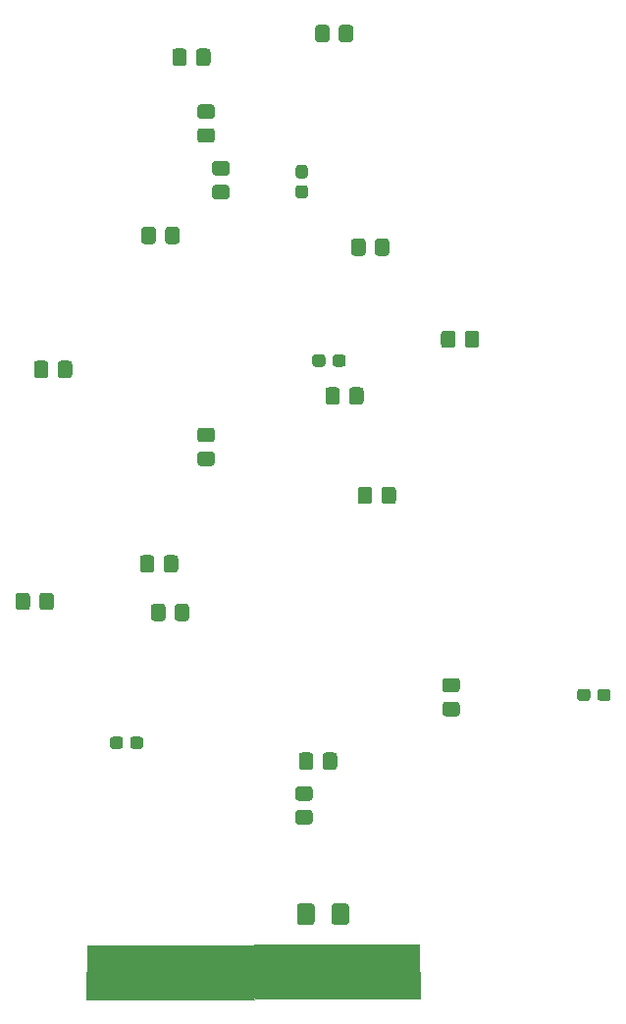
<source format=gbr>
%TF.GenerationSoftware,KiCad,Pcbnew,(5.1.8)-1*%
%TF.CreationDate,2021-11-03T02:03:20+01:00*%
%TF.ProjectId,_autosave-BaumOben,5f617574-6f73-4617-9665-2d4261756d4f,rev?*%
%TF.SameCoordinates,Original*%
%TF.FileFunction,Soldermask,Bot*%
%TF.FilePolarity,Negative*%
%FSLAX46Y46*%
G04 Gerber Fmt 4.6, Leading zero omitted, Abs format (unit mm)*
G04 Created by KiCad (PCBNEW (5.1.8)-1) date 2021-11-03 02:03:20*
%MOMM*%
%LPD*%
G01*
G04 APERTURE LIST*
%ADD10C,0.100000*%
G04 APERTURE END LIST*
D10*
G36*
X114998500Y-150558500D02*
G01*
X86233000Y-150622000D01*
X86296500Y-145986500D01*
X114935000Y-145923000D01*
X114998500Y-150558500D01*
G37*
X114998500Y-150558500D02*
X86233000Y-150622000D01*
X86296500Y-145986500D01*
X114935000Y-145923000D01*
X114998500Y-150558500D01*
%TO.C,C2*%
G36*
G01*
X107405000Y-143964257D02*
X107405000Y-142649343D01*
G75*
G02*
X107672543Y-142381800I267543J0D01*
G01*
X108662457Y-142381800D01*
G75*
G02*
X108930000Y-142649343I0J-267543D01*
G01*
X108930000Y-143964257D01*
G75*
G02*
X108662457Y-144231800I-267543J0D01*
G01*
X107672543Y-144231800D01*
G75*
G02*
X107405000Y-143964257I0J267543D01*
G01*
G37*
G36*
G01*
X104430000Y-143964257D02*
X104430000Y-142649343D01*
G75*
G02*
X104697543Y-142381800I267543J0D01*
G01*
X105687457Y-142381800D01*
G75*
G02*
X105955000Y-142649343I0J-267543D01*
G01*
X105955000Y-143964257D01*
G75*
G02*
X105687457Y-144231800I-267543J0D01*
G01*
X104697543Y-144231800D01*
G75*
G02*
X104430000Y-143964257I0J267543D01*
G01*
G37*
%TD*%
%TO.C,R9*%
G36*
G01*
X108921500Y-99093762D02*
X108921500Y-98137238D01*
G75*
G02*
X109193238Y-97865500I271738J0D01*
G01*
X109899762Y-97865500D01*
G75*
G02*
X110171500Y-98137238I0J-271738D01*
G01*
X110171500Y-99093762D01*
G75*
G02*
X109899762Y-99365500I-271738J0D01*
G01*
X109193238Y-99365500D01*
G75*
G02*
X108921500Y-99093762I0J271738D01*
G01*
G37*
G36*
G01*
X106871500Y-99093762D02*
X106871500Y-98137238D01*
G75*
G02*
X107143238Y-97865500I271738J0D01*
G01*
X107849762Y-97865500D01*
G75*
G02*
X108121500Y-98137238I0J-271738D01*
G01*
X108121500Y-99093762D01*
G75*
G02*
X107849762Y-99365500I-271738J0D01*
G01*
X107143238Y-99365500D01*
G75*
G02*
X106871500Y-99093762I0J271738D01*
G01*
G37*
%TD*%
%TO.C,R6*%
G36*
G01*
X97375238Y-80410000D02*
X98331762Y-80410000D01*
G75*
G02*
X98603500Y-80681738I0J-271738D01*
G01*
X98603500Y-81388262D01*
G75*
G02*
X98331762Y-81660000I-271738J0D01*
G01*
X97375238Y-81660000D01*
G75*
G02*
X97103500Y-81388262I0J271738D01*
G01*
X97103500Y-80681738D01*
G75*
G02*
X97375238Y-80410000I271738J0D01*
G01*
G37*
G36*
G01*
X97375238Y-78360000D02*
X98331762Y-78360000D01*
G75*
G02*
X98603500Y-78631738I0J-271738D01*
G01*
X98603500Y-79338262D01*
G75*
G02*
X98331762Y-79610000I-271738J0D01*
G01*
X97375238Y-79610000D01*
G75*
G02*
X97103500Y-79338262I0J271738D01*
G01*
X97103500Y-78631738D01*
G75*
G02*
X97375238Y-78360000I271738J0D01*
G01*
G37*
%TD*%
%TO.C,R5*%
G36*
G01*
X104550738Y-134321500D02*
X105507262Y-134321500D01*
G75*
G02*
X105779000Y-134593238I0J-271738D01*
G01*
X105779000Y-135299762D01*
G75*
G02*
X105507262Y-135571500I-271738J0D01*
G01*
X104550738Y-135571500D01*
G75*
G02*
X104279000Y-135299762I0J271738D01*
G01*
X104279000Y-134593238D01*
G75*
G02*
X104550738Y-134321500I271738J0D01*
G01*
G37*
G36*
G01*
X104550738Y-132271500D02*
X105507262Y-132271500D01*
G75*
G02*
X105779000Y-132543238I0J-271738D01*
G01*
X105779000Y-133249762D01*
G75*
G02*
X105507262Y-133521500I-271738J0D01*
G01*
X104550738Y-133521500D01*
G75*
G02*
X104279000Y-133249762I0J271738D01*
G01*
X104279000Y-132543238D01*
G75*
G02*
X104550738Y-132271500I271738J0D01*
G01*
G37*
%TD*%
%TO.C,R4*%
G36*
G01*
X93872000Y-117762762D02*
X93872000Y-116806238D01*
G75*
G02*
X94143738Y-116534500I271738J0D01*
G01*
X94850262Y-116534500D01*
G75*
G02*
X95122000Y-116806238I0J-271738D01*
G01*
X95122000Y-117762762D01*
G75*
G02*
X94850262Y-118034500I-271738J0D01*
G01*
X94143738Y-118034500D01*
G75*
G02*
X93872000Y-117762762I0J271738D01*
G01*
G37*
G36*
G01*
X91822000Y-117762762D02*
X91822000Y-116806238D01*
G75*
G02*
X92093738Y-116534500I271738J0D01*
G01*
X92800262Y-116534500D01*
G75*
G02*
X93072000Y-116806238I0J-271738D01*
G01*
X93072000Y-117762762D01*
G75*
G02*
X92800262Y-118034500I-271738J0D01*
G01*
X92093738Y-118034500D01*
G75*
G02*
X91822000Y-117762762I0J271738D01*
G01*
G37*
%TD*%
%TO.C,R2*%
G36*
G01*
X96105238Y-103406000D02*
X97061762Y-103406000D01*
G75*
G02*
X97333500Y-103677738I0J-271738D01*
G01*
X97333500Y-104384262D01*
G75*
G02*
X97061762Y-104656000I-271738J0D01*
G01*
X96105238Y-104656000D01*
G75*
G02*
X95833500Y-104384262I0J271738D01*
G01*
X95833500Y-103677738D01*
G75*
G02*
X96105238Y-103406000I271738J0D01*
G01*
G37*
G36*
G01*
X96105238Y-101356000D02*
X97061762Y-101356000D01*
G75*
G02*
X97333500Y-101627738I0J-271738D01*
G01*
X97333500Y-102334262D01*
G75*
G02*
X97061762Y-102606000I-271738J0D01*
G01*
X96105238Y-102606000D01*
G75*
G02*
X95833500Y-102334262I0J271738D01*
G01*
X95833500Y-101627738D01*
G75*
G02*
X96105238Y-101356000I271738J0D01*
G01*
G37*
%TD*%
%TO.C,DY7*%
G36*
G01*
X95713500Y-69883762D02*
X95713500Y-68927238D01*
G75*
G02*
X95985238Y-68655500I271738J0D01*
G01*
X96691762Y-68655500D01*
G75*
G02*
X96963500Y-68927238I0J-271738D01*
G01*
X96963500Y-69883762D01*
G75*
G02*
X96691762Y-70155500I-271738J0D01*
G01*
X95985238Y-70155500D01*
G75*
G02*
X95713500Y-69883762I0J271738D01*
G01*
G37*
G36*
G01*
X93663500Y-69883762D02*
X93663500Y-68927238D01*
G75*
G02*
X93935238Y-68655500I271738J0D01*
G01*
X94641762Y-68655500D01*
G75*
G02*
X94913500Y-68927238I0J-271738D01*
G01*
X94913500Y-69883762D01*
G75*
G02*
X94641762Y-70155500I-271738J0D01*
G01*
X93935238Y-70155500D01*
G75*
G02*
X93663500Y-69883762I0J271738D01*
G01*
G37*
%TD*%
%TO.C,DY5*%
G36*
G01*
X117250738Y-124987000D02*
X118207262Y-124987000D01*
G75*
G02*
X118479000Y-125258738I0J-271738D01*
G01*
X118479000Y-125965262D01*
G75*
G02*
X118207262Y-126237000I-271738J0D01*
G01*
X117250738Y-126237000D01*
G75*
G02*
X116979000Y-125965262I0J271738D01*
G01*
X116979000Y-125258738D01*
G75*
G02*
X117250738Y-124987000I271738J0D01*
G01*
G37*
G36*
G01*
X117250738Y-122937000D02*
X118207262Y-122937000D01*
G75*
G02*
X118479000Y-123208738I0J-271738D01*
G01*
X118479000Y-123915262D01*
G75*
G02*
X118207262Y-124187000I-271738J0D01*
G01*
X117250738Y-124187000D01*
G75*
G02*
X116979000Y-123915262I0J271738D01*
G01*
X116979000Y-123208738D01*
G75*
G02*
X117250738Y-122937000I271738J0D01*
G01*
G37*
%TD*%
%TO.C,DY3*%
G36*
G01*
X92246500Y-84294238D02*
X92246500Y-85250762D01*
G75*
G02*
X91974762Y-85522500I-271738J0D01*
G01*
X91268238Y-85522500D01*
G75*
G02*
X90996500Y-85250762I0J271738D01*
G01*
X90996500Y-84294238D01*
G75*
G02*
X91268238Y-84022500I271738J0D01*
G01*
X91974762Y-84022500D01*
G75*
G02*
X92246500Y-84294238I0J-271738D01*
G01*
G37*
G36*
G01*
X94296500Y-84294238D02*
X94296500Y-85250762D01*
G75*
G02*
X94024762Y-85522500I-271738J0D01*
G01*
X93318238Y-85522500D01*
G75*
G02*
X93046500Y-85250762I0J271738D01*
G01*
X93046500Y-84294238D01*
G75*
G02*
X93318238Y-84022500I271738J0D01*
G01*
X94024762Y-84022500D01*
G75*
G02*
X94296500Y-84294238I0J-271738D01*
G01*
G37*
%TD*%
%TO.C,DY2*%
G36*
G01*
X83775500Y-96807762D02*
X83775500Y-95851238D01*
G75*
G02*
X84047238Y-95579500I271738J0D01*
G01*
X84753762Y-95579500D01*
G75*
G02*
X85025500Y-95851238I0J-271738D01*
G01*
X85025500Y-96807762D01*
G75*
G02*
X84753762Y-97079500I-271738J0D01*
G01*
X84047238Y-97079500D01*
G75*
G02*
X83775500Y-96807762I0J271738D01*
G01*
G37*
G36*
G01*
X81725500Y-96807762D02*
X81725500Y-95851238D01*
G75*
G02*
X81997238Y-95579500I271738J0D01*
G01*
X82703762Y-95579500D01*
G75*
G02*
X82975500Y-95851238I0J-271738D01*
G01*
X82975500Y-96807762D01*
G75*
G02*
X82703762Y-97079500I-271738J0D01*
G01*
X81997238Y-97079500D01*
G75*
G02*
X81725500Y-96807762I0J271738D01*
G01*
G37*
%TD*%
%TO.C,DR8*%
G36*
G01*
X92119500Y-112615238D02*
X92119500Y-113571762D01*
G75*
G02*
X91847762Y-113843500I-271738J0D01*
G01*
X91141238Y-113843500D01*
G75*
G02*
X90869500Y-113571762I0J271738D01*
G01*
X90869500Y-112615238D01*
G75*
G02*
X91141238Y-112343500I271738J0D01*
G01*
X91847762Y-112343500D01*
G75*
G02*
X92119500Y-112615238I0J-271738D01*
G01*
G37*
G36*
G01*
X94169500Y-112615238D02*
X94169500Y-113571762D01*
G75*
G02*
X93897762Y-113843500I-271738J0D01*
G01*
X93191238Y-113843500D01*
G75*
G02*
X92919500Y-113571762I0J271738D01*
G01*
X92919500Y-112615238D01*
G75*
G02*
X93191238Y-112343500I271738J0D01*
G01*
X93897762Y-112343500D01*
G75*
G02*
X94169500Y-112615238I0J-271738D01*
G01*
G37*
%TD*%
%TO.C,DR6*%
G36*
G01*
X110915500Y-106709738D02*
X110915500Y-107666262D01*
G75*
G02*
X110643762Y-107938000I-271738J0D01*
G01*
X109937238Y-107938000D01*
G75*
G02*
X109665500Y-107666262I0J271738D01*
G01*
X109665500Y-106709738D01*
G75*
G02*
X109937238Y-106438000I271738J0D01*
G01*
X110643762Y-106438000D01*
G75*
G02*
X110915500Y-106709738I0J-271738D01*
G01*
G37*
G36*
G01*
X112965500Y-106709738D02*
X112965500Y-107666262D01*
G75*
G02*
X112693762Y-107938000I-271738J0D01*
G01*
X111987238Y-107938000D01*
G75*
G02*
X111715500Y-107666262I0J271738D01*
G01*
X111715500Y-106709738D01*
G75*
G02*
X111987238Y-106438000I271738J0D01*
G01*
X112693762Y-106438000D01*
G75*
G02*
X112965500Y-106709738I0J-271738D01*
G01*
G37*
%TD*%
%TO.C,DR4*%
G36*
G01*
X108032500Y-67851762D02*
X108032500Y-66895238D01*
G75*
G02*
X108304238Y-66623500I271738J0D01*
G01*
X109010762Y-66623500D01*
G75*
G02*
X109282500Y-66895238I0J-271738D01*
G01*
X109282500Y-67851762D01*
G75*
G02*
X109010762Y-68123500I-271738J0D01*
G01*
X108304238Y-68123500D01*
G75*
G02*
X108032500Y-67851762I0J271738D01*
G01*
G37*
G36*
G01*
X105982500Y-67851762D02*
X105982500Y-66895238D01*
G75*
G02*
X106254238Y-66623500I271738J0D01*
G01*
X106960762Y-66623500D01*
G75*
G02*
X107232500Y-66895238I0J-271738D01*
G01*
X107232500Y-67851762D01*
G75*
G02*
X106960762Y-68123500I-271738J0D01*
G01*
X106254238Y-68123500D01*
G75*
G02*
X105982500Y-67851762I0J271738D01*
G01*
G37*
%TD*%
%TO.C,DR2*%
G36*
G01*
X81388000Y-115853738D02*
X81388000Y-116810262D01*
G75*
G02*
X81116262Y-117082000I-271738J0D01*
G01*
X80409738Y-117082000D01*
G75*
G02*
X80138000Y-116810262I0J271738D01*
G01*
X80138000Y-115853738D01*
G75*
G02*
X80409738Y-115582000I271738J0D01*
G01*
X81116262Y-115582000D01*
G75*
G02*
X81388000Y-115853738I0J-271738D01*
G01*
G37*
G36*
G01*
X83438000Y-115853738D02*
X83438000Y-116810262D01*
G75*
G02*
X83166262Y-117082000I-271738J0D01*
G01*
X82459738Y-117082000D01*
G75*
G02*
X82188000Y-116810262I0J271738D01*
G01*
X82188000Y-115853738D01*
G75*
G02*
X82459738Y-115582000I271738J0D01*
G01*
X83166262Y-115582000D01*
G75*
G02*
X83438000Y-115853738I0J-271738D01*
G01*
G37*
%TD*%
%TO.C,DG8*%
G36*
G01*
X97061762Y-74720500D02*
X96105238Y-74720500D01*
G75*
G02*
X95833500Y-74448762I0J271738D01*
G01*
X95833500Y-73742238D01*
G75*
G02*
X96105238Y-73470500I271738J0D01*
G01*
X97061762Y-73470500D01*
G75*
G02*
X97333500Y-73742238I0J-271738D01*
G01*
X97333500Y-74448762D01*
G75*
G02*
X97061762Y-74720500I-271738J0D01*
G01*
G37*
G36*
G01*
X97061762Y-76770500D02*
X96105238Y-76770500D01*
G75*
G02*
X95833500Y-76498762I0J271738D01*
G01*
X95833500Y-75792238D01*
G75*
G02*
X96105238Y-75520500I271738J0D01*
G01*
X97061762Y-75520500D01*
G75*
G02*
X97333500Y-75792238I0J-271738D01*
G01*
X97333500Y-76498762D01*
G75*
G02*
X97061762Y-76770500I-271738J0D01*
G01*
G37*
%TD*%
%TO.C,DG6*%
G36*
G01*
X111144000Y-86266762D02*
X111144000Y-85310238D01*
G75*
G02*
X111415738Y-85038500I271738J0D01*
G01*
X112122262Y-85038500D01*
G75*
G02*
X112394000Y-85310238I0J-271738D01*
G01*
X112394000Y-86266762D01*
G75*
G02*
X112122262Y-86538500I-271738J0D01*
G01*
X111415738Y-86538500D01*
G75*
G02*
X111144000Y-86266762I0J271738D01*
G01*
G37*
G36*
G01*
X109094000Y-86266762D02*
X109094000Y-85310238D01*
G75*
G02*
X109365738Y-85038500I271738J0D01*
G01*
X110072262Y-85038500D01*
G75*
G02*
X110344000Y-85310238I0J-271738D01*
G01*
X110344000Y-86266762D01*
G75*
G02*
X110072262Y-86538500I-271738J0D01*
G01*
X109365738Y-86538500D01*
G75*
G02*
X109094000Y-86266762I0J271738D01*
G01*
G37*
%TD*%
%TO.C,DG4*%
G36*
G01*
X105835500Y-129633238D02*
X105835500Y-130589762D01*
G75*
G02*
X105563762Y-130861500I-271738J0D01*
G01*
X104857238Y-130861500D01*
G75*
G02*
X104585500Y-130589762I0J271738D01*
G01*
X104585500Y-129633238D01*
G75*
G02*
X104857238Y-129361500I271738J0D01*
G01*
X105563762Y-129361500D01*
G75*
G02*
X105835500Y-129633238I0J-271738D01*
G01*
G37*
G36*
G01*
X107885500Y-129633238D02*
X107885500Y-130589762D01*
G75*
G02*
X107613762Y-130861500I-271738J0D01*
G01*
X106907238Y-130861500D01*
G75*
G02*
X106635500Y-130589762I0J271738D01*
G01*
X106635500Y-129633238D01*
G75*
G02*
X106907238Y-129361500I271738J0D01*
G01*
X107613762Y-129361500D01*
G75*
G02*
X107885500Y-129633238I0J-271738D01*
G01*
G37*
%TD*%
%TO.C,DG2*%
G36*
G01*
X118100000Y-93247738D02*
X118100000Y-94204262D01*
G75*
G02*
X117828262Y-94476000I-271738J0D01*
G01*
X117121738Y-94476000D01*
G75*
G02*
X116850000Y-94204262I0J271738D01*
G01*
X116850000Y-93247738D01*
G75*
G02*
X117121738Y-92976000I271738J0D01*
G01*
X117828262Y-92976000D01*
G75*
G02*
X118100000Y-93247738I0J-271738D01*
G01*
G37*
G36*
G01*
X120150000Y-93247738D02*
X120150000Y-94204262D01*
G75*
G02*
X119878262Y-94476000I-271738J0D01*
G01*
X119171738Y-94476000D01*
G75*
G02*
X118900000Y-94204262I0J271738D01*
G01*
X118900000Y-93247738D01*
G75*
G02*
X119171738Y-92976000I271738J0D01*
G01*
X119878262Y-92976000D01*
G75*
G02*
X120150000Y-93247738I0J-271738D01*
G01*
G37*
%TD*%
%TO.C,DB6*%
G36*
G01*
X107488000Y-95830000D02*
X107488000Y-95305000D01*
G75*
G02*
X107750500Y-95042500I262500J0D01*
G01*
X108375500Y-95042500D01*
G75*
G02*
X108638000Y-95305000I0J-262500D01*
G01*
X108638000Y-95830000D01*
G75*
G02*
X108375500Y-96092500I-262500J0D01*
G01*
X107750500Y-96092500D01*
G75*
G02*
X107488000Y-95830000I0J262500D01*
G01*
G37*
G36*
G01*
X105738000Y-95830000D02*
X105738000Y-95305000D01*
G75*
G02*
X106000500Y-95042500I262500J0D01*
G01*
X106625500Y-95042500D01*
G75*
G02*
X106888000Y-95305000I0J-262500D01*
G01*
X106888000Y-95830000D01*
G75*
G02*
X106625500Y-96092500I-262500J0D01*
G01*
X106000500Y-96092500D01*
G75*
G02*
X105738000Y-95830000I0J262500D01*
G01*
G37*
%TD*%
%TO.C,DB5*%
G36*
G01*
X129748000Y-124134000D02*
X129748000Y-124659000D01*
G75*
G02*
X129485500Y-124921500I-262500J0D01*
G01*
X128860500Y-124921500D01*
G75*
G02*
X128598000Y-124659000I0J262500D01*
G01*
X128598000Y-124134000D01*
G75*
G02*
X128860500Y-123871500I262500J0D01*
G01*
X129485500Y-123871500D01*
G75*
G02*
X129748000Y-124134000I0J-262500D01*
G01*
G37*
G36*
G01*
X131498000Y-124134000D02*
X131498000Y-124659000D01*
G75*
G02*
X131235500Y-124921500I-262500J0D01*
G01*
X130610500Y-124921500D01*
G75*
G02*
X130348000Y-124659000I0J262500D01*
G01*
X130348000Y-124134000D01*
G75*
G02*
X130610500Y-123871500I262500J0D01*
G01*
X131235500Y-123871500D01*
G75*
G02*
X131498000Y-124134000I0J-262500D01*
G01*
G37*
%TD*%
%TO.C,DB3*%
G36*
G01*
X105101000Y-79837000D02*
X104576000Y-79837000D01*
G75*
G02*
X104313500Y-79574500I0J262500D01*
G01*
X104313500Y-78949500D01*
G75*
G02*
X104576000Y-78687000I262500J0D01*
G01*
X105101000Y-78687000D01*
G75*
G02*
X105363500Y-78949500I0J-262500D01*
G01*
X105363500Y-79574500D01*
G75*
G02*
X105101000Y-79837000I-262500J0D01*
G01*
G37*
G36*
G01*
X105101000Y-81587000D02*
X104576000Y-81587000D01*
G75*
G02*
X104313500Y-81324500I0J262500D01*
G01*
X104313500Y-80699500D01*
G75*
G02*
X104576000Y-80437000I262500J0D01*
G01*
X105101000Y-80437000D01*
G75*
G02*
X105363500Y-80699500I0J-262500D01*
G01*
X105363500Y-81324500D01*
G75*
G02*
X105101000Y-81587000I-262500J0D01*
G01*
G37*
%TD*%
%TO.C,DB1*%
G36*
G01*
X90025500Y-128786500D02*
X90025500Y-128261500D01*
G75*
G02*
X90288000Y-127999000I262500J0D01*
G01*
X90913000Y-127999000D01*
G75*
G02*
X91175500Y-128261500I0J-262500D01*
G01*
X91175500Y-128786500D01*
G75*
G02*
X90913000Y-129049000I-262500J0D01*
G01*
X90288000Y-129049000D01*
G75*
G02*
X90025500Y-128786500I0J262500D01*
G01*
G37*
G36*
G01*
X88275500Y-128786500D02*
X88275500Y-128261500D01*
G75*
G02*
X88538000Y-127999000I262500J0D01*
G01*
X89163000Y-127999000D01*
G75*
G02*
X89425500Y-128261500I0J-262500D01*
G01*
X89425500Y-128786500D01*
G75*
G02*
X89163000Y-129049000I-262500J0D01*
G01*
X88538000Y-129049000D01*
G75*
G02*
X88275500Y-128786500I0J262500D01*
G01*
G37*
%TD*%
M02*

</source>
